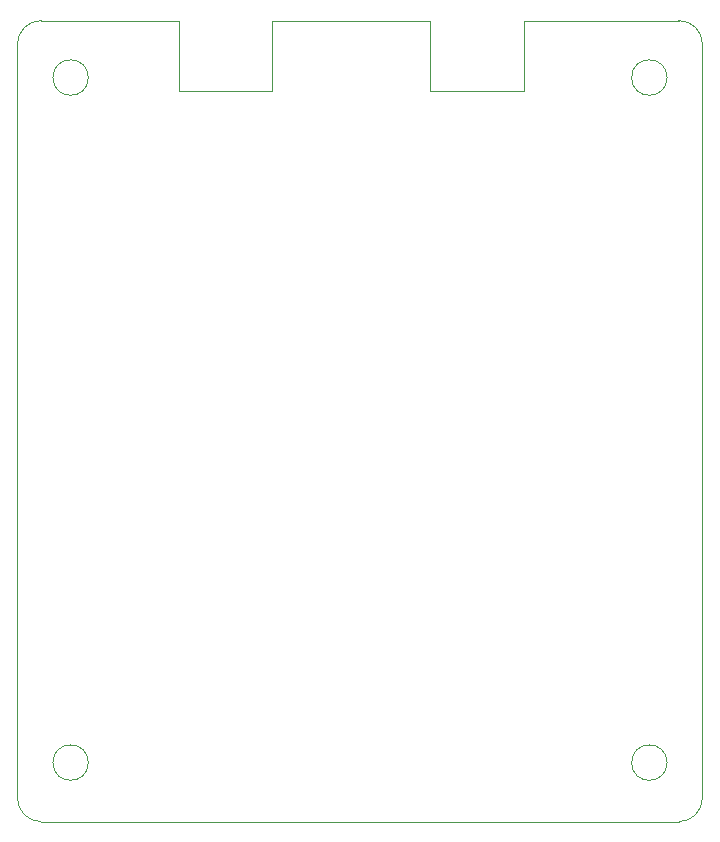
<source format=gbr>
%TF.GenerationSoftware,KiCad,Pcbnew,9.0.1-9.0.1-0~ubuntu24.04.1*%
%TF.CreationDate,2025-04-06T11:40:16+01:00*%
%TF.ProjectId,NanoMotorBreakout,4e616e6f-4d6f-4746-9f72-427265616b6f,rev?*%
%TF.SameCoordinates,Original*%
%TF.FileFunction,Profile,NP*%
%FSLAX46Y46*%
G04 Gerber Fmt 4.6, Leading zero omitted, Abs format (unit mm)*
G04 Created by KiCad (PCBNEW 9.0.1-9.0.1-0~ubuntu24.04.1) date 2025-04-06 11:40:16*
%MOMM*%
%LPD*%
G01*
G04 APERTURE LIST*
%TA.AperFunction,Profile*%
%ADD10C,0.050000*%
%TD*%
G04 APERTURE END LIST*
D10*
X169589700Y-56311600D02*
X182740000Y-56311600D01*
X132740000Y-61140000D02*
G75*
G02*
X129740000Y-61140000I-1500000J0D01*
G01*
X129740000Y-61140000D02*
G75*
G02*
X132740000Y-61140000I1500000J0D01*
G01*
X182740000Y-56311600D02*
G75*
G02*
X184740000Y-58311600I0J-2000000D01*
G01*
X184740000Y-58311600D02*
X184740000Y-122140000D01*
X184740000Y-122140000D02*
G75*
G02*
X182740000Y-124140000I-2000000J0D01*
G01*
X128740000Y-124140000D02*
G75*
G02*
X126740000Y-122140000I0J2000000D01*
G01*
X128740000Y-124140000D02*
X182740000Y-124140000D01*
X181740000Y-119140000D02*
G75*
G02*
X178740000Y-119140000I-1500000J0D01*
G01*
X178740000Y-119140000D02*
G75*
G02*
X181740000Y-119140000I1500000J0D01*
G01*
X181740000Y-61140000D02*
G75*
G02*
X178740000Y-61140000I-1500000J0D01*
G01*
X178740000Y-61140000D02*
G75*
G02*
X181740000Y-61140000I1500000J0D01*
G01*
X126740000Y-58311600D02*
G75*
G02*
X128740000Y-56311600I2000000J0D01*
G01*
X161690300Y-56311600D02*
X148289700Y-56311600D01*
X126740000Y-58311600D02*
X126740000Y-122140000D01*
X140390300Y-56311600D02*
X128740000Y-56311600D01*
X132740000Y-119140000D02*
G75*
G02*
X129740000Y-119140000I-1500000J0D01*
G01*
X129740000Y-119140000D02*
G75*
G02*
X132740000Y-119140000I1500000J0D01*
G01*
%TO.C,J2 Serial*%
X140390300Y-62280600D02*
X140390300Y-56311600D01*
X140390300Y-62280600D02*
X148289700Y-62280600D01*
X148289700Y-56311600D02*
X148289700Y-62280600D01*
%TO.C,J3 Power*%
X161690300Y-62280600D02*
X161690300Y-56311600D01*
X161690300Y-62280600D02*
X169589700Y-62280600D01*
X169589700Y-56311600D02*
X169589700Y-62280600D01*
%TD*%
M02*

</source>
